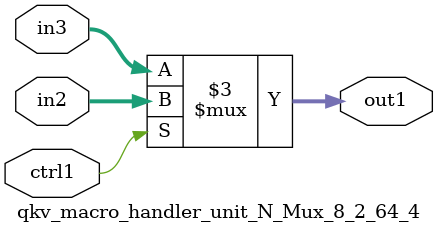
<source format=v>

`timescale 1ps / 1ps


module qkv_macro_handler_unit_N_Mux_8_2_64_4( in3, in2, ctrl1, out1 );

    input [7:0] in3;
    input [7:0] in2;
    input ctrl1;
    output [7:0] out1;
    reg [7:0] out1;

    
    // rtl_process:qkv_macro_handler_unit_N_Mux_8_2_64_4/qkv_macro_handler_unit_N_Mux_8_2_64_4_thread_1
    always @*
      begin : qkv_macro_handler_unit_N_Mux_8_2_64_4_thread_1
        case (ctrl1) 
          1'b1: 
            begin
              out1 = in2;
            end
          default: 
            begin
              out1 = in3;
            end
        endcase
      end

endmodule



</source>
